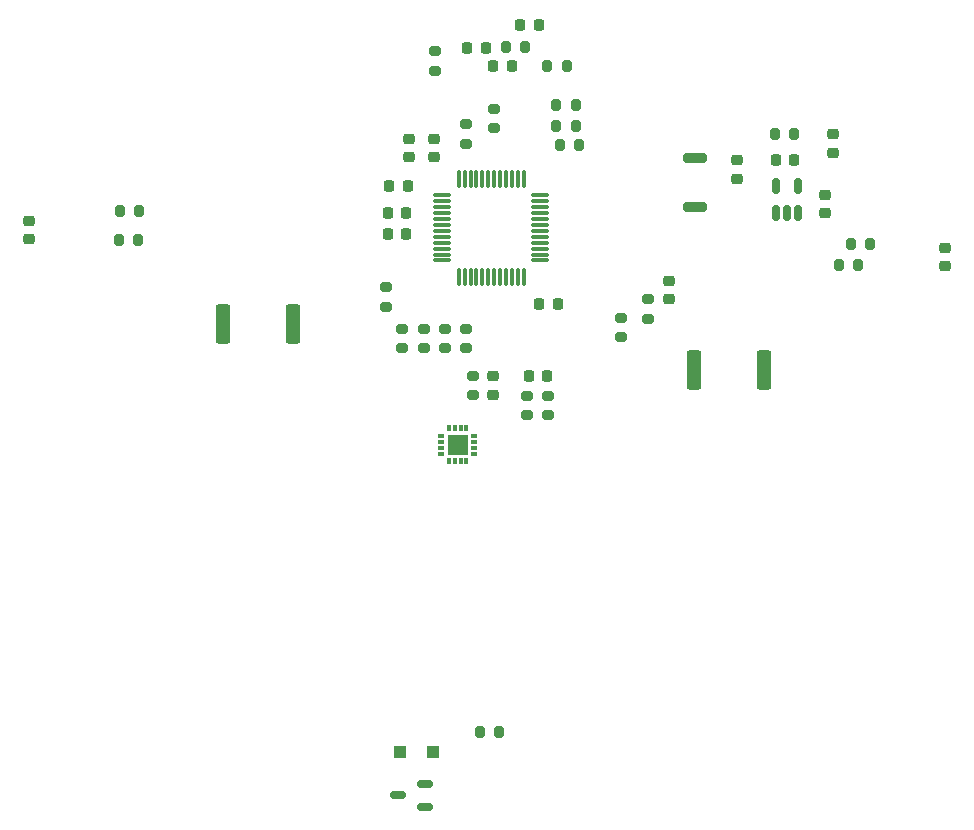
<source format=gbr>
%TF.GenerationSoftware,KiCad,Pcbnew,7.0.10*%
%TF.CreationDate,2024-02-05T10:42:22+01:00*%
%TF.ProjectId,minimouse,6d696e69-6d6f-4757-9365-2e6b69636164,rev?*%
%TF.SameCoordinates,Original*%
%TF.FileFunction,Paste,Top*%
%TF.FilePolarity,Positive*%
%FSLAX46Y46*%
G04 Gerber Fmt 4.6, Leading zero omitted, Abs format (unit mm)*
G04 Created by KiCad (PCBNEW 7.0.10) date 2024-02-05 10:42:22*
%MOMM*%
%LPD*%
G01*
G04 APERTURE LIST*
G04 Aperture macros list*
%AMRoundRect*
0 Rectangle with rounded corners*
0 $1 Rounding radius*
0 $2 $3 $4 $5 $6 $7 $8 $9 X,Y pos of 4 corners*
0 Add a 4 corners polygon primitive as box body*
4,1,4,$2,$3,$4,$5,$6,$7,$8,$9,$2,$3,0*
0 Add four circle primitives for the rounded corners*
1,1,$1+$1,$2,$3*
1,1,$1+$1,$4,$5*
1,1,$1+$1,$6,$7*
1,1,$1+$1,$8,$9*
0 Add four rect primitives between the rounded corners*
20,1,$1+$1,$2,$3,$4,$5,0*
20,1,$1+$1,$4,$5,$6,$7,0*
20,1,$1+$1,$6,$7,$8,$9,0*
20,1,$1+$1,$8,$9,$2,$3,0*%
G04 Aperture macros list end*
%ADD10RoundRect,0.200000X0.200000X0.275000X-0.200000X0.275000X-0.200000X-0.275000X0.200000X-0.275000X0*%
%ADD11RoundRect,0.200000X0.800000X-0.200000X0.800000X0.200000X-0.800000X0.200000X-0.800000X-0.200000X0*%
%ADD12RoundRect,0.225000X-0.250000X0.225000X-0.250000X-0.225000X0.250000X-0.225000X0.250000X0.225000X0*%
%ADD13RoundRect,0.218750X-0.218750X-0.256250X0.218750X-0.256250X0.218750X0.256250X-0.218750X0.256250X0*%
%ADD14RoundRect,0.150000X0.512500X0.150000X-0.512500X0.150000X-0.512500X-0.150000X0.512500X-0.150000X0*%
%ADD15RoundRect,0.250000X-0.300000X-0.300000X0.300000X-0.300000X0.300000X0.300000X-0.300000X0.300000X0*%
%ADD16RoundRect,0.075000X-0.075000X-0.662500X0.075000X-0.662500X0.075000X0.662500X-0.075000X0.662500X0*%
%ADD17RoundRect,0.075000X-0.662500X-0.075000X0.662500X-0.075000X0.662500X0.075000X-0.662500X0.075000X0*%
%ADD18RoundRect,0.200000X0.275000X-0.200000X0.275000X0.200000X-0.275000X0.200000X-0.275000X-0.200000X0*%
%ADD19RoundRect,0.225000X0.225000X0.250000X-0.225000X0.250000X-0.225000X-0.250000X0.225000X-0.250000X0*%
%ADD20RoundRect,0.200000X-0.275000X0.200000X-0.275000X-0.200000X0.275000X-0.200000X0.275000X0.200000X0*%
%ADD21RoundRect,0.225000X-0.225000X-0.250000X0.225000X-0.250000X0.225000X0.250000X-0.225000X0.250000X0*%
%ADD22R,1.750000X1.750000*%
%ADD23R,0.300000X0.630000*%
%ADD24R,0.630000X0.300000*%
%ADD25RoundRect,0.225000X0.250000X-0.225000X0.250000X0.225000X-0.250000X0.225000X-0.250000X-0.225000X0*%
%ADD26RoundRect,0.200000X-0.200000X-0.275000X0.200000X-0.275000X0.200000X0.275000X-0.200000X0.275000X0*%
%ADD27RoundRect,0.250000X0.362500X1.425000X-0.362500X1.425000X-0.362500X-1.425000X0.362500X-1.425000X0*%
%ADD28RoundRect,0.250000X-0.362500X-1.425000X0.362500X-1.425000X0.362500X1.425000X-0.362500X1.425000X0*%
%ADD29RoundRect,0.150000X0.150000X-0.512500X0.150000X0.512500X-0.150000X0.512500X-0.150000X-0.512500X0*%
%ADD30RoundRect,0.218750X0.256250X-0.218750X0.256250X0.218750X-0.256250X0.218750X-0.256250X-0.218750X0*%
G04 APERTURE END LIST*
D10*
%TO.C,R14*%
X155650000Y-82500000D03*
X157300000Y-82500000D03*
%TD*%
D11*
%TO.C,SW1*%
X167100000Y-87800000D03*
X167100000Y-83600000D03*
%TD*%
D12*
%TO.C,C11*%
X170700000Y-83825000D03*
X170700000Y-85375000D03*
%TD*%
D10*
%TO.C,R13*%
X152725000Y-74200000D03*
X151075000Y-74200000D03*
%TD*%
%TO.C,R12*%
X156225000Y-75800000D03*
X154575000Y-75800000D03*
%TD*%
D13*
%TO.C,D4*%
X147812500Y-74300000D03*
X149387500Y-74300000D03*
%TD*%
%TO.C,D2*%
X150012500Y-75800000D03*
X151587500Y-75800000D03*
%TD*%
D14*
%TO.C,Q2*%
X141962500Y-137600000D03*
X144237500Y-136650000D03*
X144237500Y-138550000D03*
%TD*%
D10*
%TO.C,R7*%
X148875000Y-132200000D03*
X150525000Y-132200000D03*
%TD*%
D15*
%TO.C,D3*%
X144900000Y-133900000D03*
X142100000Y-133900000D03*
%TD*%
D16*
%TO.C,U1*%
X147100000Y-85387500D03*
X147600000Y-85387500D03*
X148100000Y-85387500D03*
X148600000Y-85387500D03*
X149100000Y-85387500D03*
X149600000Y-85387500D03*
X150100000Y-85387500D03*
X150600000Y-85387500D03*
X151100000Y-85387500D03*
X151600000Y-85387500D03*
X152100000Y-85387500D03*
X152600000Y-85387500D03*
D17*
X154012500Y-86800000D03*
X154012500Y-87300000D03*
X154012500Y-87800000D03*
X154012500Y-88300000D03*
X154012500Y-88800000D03*
X154012500Y-89300000D03*
X154012500Y-89800000D03*
X154012500Y-90300000D03*
X154012500Y-90800000D03*
X154012500Y-91300000D03*
X154012500Y-91800000D03*
X154012500Y-92300000D03*
D16*
X152600000Y-93712500D03*
X152100000Y-93712500D03*
X151600000Y-93712500D03*
X151100000Y-93712500D03*
X150600000Y-93712500D03*
X150100000Y-93712500D03*
X149600000Y-93712500D03*
X149100000Y-93712500D03*
X148600000Y-93712500D03*
X148100000Y-93712500D03*
X147600000Y-93712500D03*
X147100000Y-93712500D03*
D17*
X145687500Y-92300000D03*
X145687500Y-91800000D03*
X145687500Y-91300000D03*
X145687500Y-90800000D03*
X145687500Y-90300000D03*
X145687500Y-89800000D03*
X145687500Y-89300000D03*
X145687500Y-88800000D03*
X145687500Y-88300000D03*
X145687500Y-87800000D03*
X145687500Y-87300000D03*
X145687500Y-86800000D03*
%TD*%
D18*
%TO.C,R1*%
X150100000Y-79475000D03*
X150100000Y-81125000D03*
%TD*%
D19*
%TO.C,C16*%
X153025000Y-102100000D03*
X154575000Y-102100000D03*
%TD*%
D18*
%TO.C,R26*%
X145100000Y-74575000D03*
X145100000Y-76225000D03*
%TD*%
%TO.C,R11*%
X163100000Y-95575000D03*
X163100000Y-97225000D03*
%TD*%
D10*
%TO.C,R19*%
X173875000Y-81612500D03*
X175525000Y-81612500D03*
%TD*%
D20*
%TO.C,R4*%
X144200000Y-99725000D03*
X144200000Y-98075000D03*
%TD*%
D21*
%TO.C,C4*%
X155475000Y-96000000D03*
X153925000Y-96000000D03*
%TD*%
D22*
%TO.C,U2*%
X147000000Y-107900000D03*
D23*
X146250000Y-106515000D03*
X146750000Y-106515000D03*
X147250000Y-106515000D03*
X147750000Y-106515000D03*
D24*
X148385000Y-107150000D03*
X148385000Y-107650000D03*
X148385000Y-108150000D03*
X148385000Y-108650000D03*
D23*
X147750000Y-109285000D03*
X147250000Y-109285000D03*
X146750000Y-109285000D03*
X146250000Y-109285000D03*
D24*
X145615000Y-108650000D03*
X145615000Y-108150000D03*
X145615000Y-107650000D03*
X145615000Y-107150000D03*
%TD*%
D20*
%TO.C,R9*%
X147700000Y-82425000D03*
X147700000Y-80775000D03*
%TD*%
D19*
%TO.C,C5*%
X141125000Y-90100000D03*
X142675000Y-90100000D03*
%TD*%
D25*
%TO.C,C21*%
X178100000Y-86725000D03*
X178100000Y-88275000D03*
%TD*%
D26*
%TO.C,R24*%
X181925000Y-90900000D03*
X180275000Y-90900000D03*
%TD*%
D19*
%TO.C,C3*%
X141225000Y-86000000D03*
X142775000Y-86000000D03*
%TD*%
D26*
%TO.C,R22*%
X180925000Y-92700000D03*
X179275000Y-92700000D03*
%TD*%
D20*
%TO.C,R18*%
X152900000Y-105425000D03*
X152900000Y-103775000D03*
%TD*%
D25*
%TO.C,C7*%
X188300000Y-91225000D03*
X188300000Y-92775000D03*
%TD*%
D10*
%TO.C,R8*%
X155375000Y-80900000D03*
X157025000Y-80900000D03*
%TD*%
D27*
%TO.C,Rsense1*%
X127137500Y-97700000D03*
X133062500Y-97700000D03*
%TD*%
D20*
%TO.C,R2*%
X140900000Y-96225000D03*
X140900000Y-94575000D03*
%TD*%
D18*
%TO.C,R10*%
X160800000Y-97175000D03*
X160800000Y-98825000D03*
%TD*%
D21*
%TO.C,C22*%
X175475000Y-83812500D03*
X173925000Y-83812500D03*
%TD*%
D25*
%TO.C,C15*%
X150000000Y-102125000D03*
X150000000Y-103675000D03*
%TD*%
D20*
%TO.C,R3*%
X142300000Y-99725000D03*
X142300000Y-98075000D03*
%TD*%
D25*
%TO.C,C2*%
X145000000Y-82025000D03*
X145000000Y-83575000D03*
%TD*%
D19*
%TO.C,C20*%
X152325000Y-72400000D03*
X153875000Y-72400000D03*
%TD*%
%TO.C,C1*%
X141125000Y-88300000D03*
X142675000Y-88300000D03*
%TD*%
D20*
%TO.C,R5*%
X145900000Y-99725000D03*
X145900000Y-98075000D03*
%TD*%
D25*
%TO.C,C9*%
X110700000Y-88925000D03*
X110700000Y-90475000D03*
%TD*%
%TO.C,C8*%
X164900000Y-94025000D03*
X164900000Y-95575000D03*
%TD*%
D28*
%TO.C,Rsense2*%
X172962500Y-101600000D03*
X167037500Y-101600000D03*
%TD*%
D10*
%TO.C,R25*%
X118395000Y-88100000D03*
X120045000Y-88100000D03*
%TD*%
D29*
%TO.C,U3*%
X173950000Y-85975000D03*
X175850000Y-85975000D03*
X175850000Y-88250000D03*
X174900000Y-88250000D03*
X173950000Y-88250000D03*
%TD*%
D25*
%TO.C,C6*%
X142900000Y-82025000D03*
X142900000Y-83575000D03*
%TD*%
D30*
%TO.C,D1*%
X178800000Y-81625000D03*
X178800000Y-83200000D03*
%TD*%
D10*
%TO.C,R23*%
X118295000Y-90600000D03*
X119945000Y-90600000D03*
%TD*%
D20*
%TO.C,R16*%
X148300000Y-103725000D03*
X148300000Y-102075000D03*
%TD*%
%TO.C,R17*%
X154700000Y-105425000D03*
X154700000Y-103775000D03*
%TD*%
D26*
%TO.C,R21*%
X157025000Y-79100000D03*
X155375000Y-79100000D03*
%TD*%
D18*
%TO.C,R6*%
X147700000Y-98075000D03*
X147700000Y-99725000D03*
%TD*%
M02*

</source>
